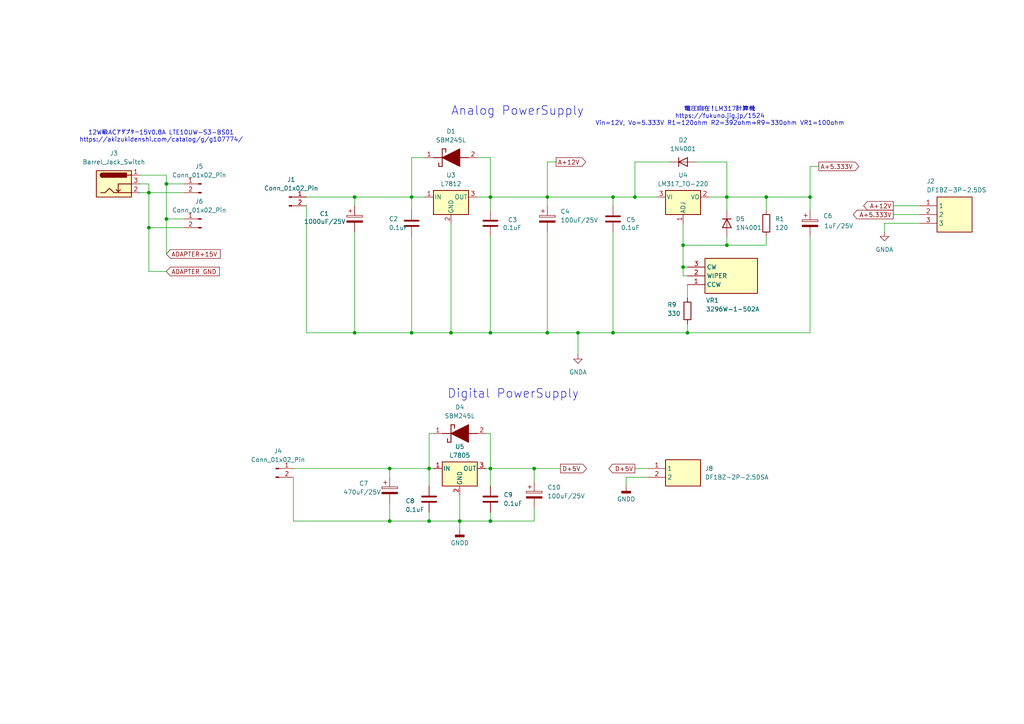
<source format=kicad_sch>
(kicad_sch (version 20231120) (generator "eeschema") (generator_version "8.0")
  (paper "A4")
  (lib_symbols
    (symbol "Connector:Barrel_Jack_Switch" (pin_names hide)
      (property "Reference" "J" (at 0 5.334 0))
      (property "Value" "Barrel_Jack_Switch" (at 0 -5.08 0))
      (symbol "Barrel_Jack_Switch_0_1"
        (rectangle (start -5.08 3.81) (end 5.08 -3.81) (stroke (width 0.254)) (fill (type background)))
        (arc (start -3.302 3.175) (mid -3.9343 2.54) (end -3.302 1.905) (stroke (width 0.254)))
        (arc (start -3.302 3.175) (mid -3.9343 2.54) (end -3.302 1.905) (stroke (width 0.254)) (fill (type outline)))
        (polyline (pts (xy 1.27 -2.286) (xy 1.905 -1.651)) (stroke (width 0.254)))
        (polyline (pts (xy 5.08 2.54) (xy 3.81 2.54)) (stroke (width 0.254)))
        (polyline (pts (xy 5.08 0) (xy 1.27 0) (xy 1.27 -2.286) (xy 0.635 -1.651)) (stroke (width 0.254)))
        (polyline (pts (xy -3.81 -2.54) (xy -2.54 -2.54) (xy -1.27 -1.27) (xy 0 -2.54) (xy 2.54 -2.54) (xy 5.08 -2.54)) (stroke (width 0.254)))
        (rectangle (start 3.683 3.175) (end -3.302 1.905) (stroke (width 0.254)) (fill (type outline)))
      )
      (symbol "Barrel_Jack_Switch_1_1"
        (pin passive line (at 7.62 2.54 180) (length 2.54) (name "~") (number "1"))
        (pin passive line (at 7.62 -2.54 180) (length 2.54) (name "~") (number "2"))
        (pin passive line (at 7.62 0 180) (length 2.54) (name "~") (number "3"))
      )
    )
    (symbol "Connector:Conn_01x02_Pin" (pin_names (offset 1.016) hide)
      (property "Reference" "J" (at 0 2.54 0))
      (property "Value" "Conn_01x02_Pin" (at 0 -5.08 0))
      (symbol "Conn_01x02_Pin_1_1"
        (polyline (pts (xy 1.27 -2.54) (xy 0.8636 -2.54)) (stroke (width 0.1524)))
        (polyline (pts (xy 1.27 0) (xy 0.8636 0)) (stroke (width 0.1524)))
        (rectangle (start 0.8636 -2.413) (end 0 -2.667) (stroke (width 0.1524)) (fill (type outline)))
        (rectangle (start 0.8636 0.127) (end 0 -0.127) (stroke (width 0.1524)) (fill (type outline)))
        (pin passive line (at 5.08 0 180) (length 3.81) (name "Pin_1") (number "1"))
        (pin passive line (at 5.08 -2.54 180) (length 3.81) (name "Pin_2") (number "2"))
      )
    )
    (symbol "Device:C" (pin_numbers hide) (pin_names (offset 0.254))
      (property "Reference" "C" (at 0.635 2.54 0))
      (property "Value" "C" (at 0.635 -2.54 0))
      (symbol "C_0_1"
        (polyline (pts (xy -2.032 -0.762) (xy 2.032 -0.762)) (stroke (width 0.508)))
        (polyline (pts (xy -2.032 0.762) (xy 2.032 0.762)) (stroke (width 0.508)))
      )
      (symbol "C_1_1"
        (pin passive line (at 0 3.81 270) (length 2.794) (name "~") (number "1"))
        (pin passive line (at 0 -3.81 90) (length 2.794) (name "~") (number "2"))
      )
    )
    (symbol "Device:C_Polarized" (pin_numbers hide) (pin_names (offset 0.254))
      (property "Reference" "C" (at 0.635 2.54 0))
      (property "Value" "C_Polarized" (at 0.635 -2.54 0))
      (symbol "C_Polarized_0_1"
        (rectangle (start -2.286 0.508) (end 2.286 1.016))
        (polyline (pts (xy -1.778 2.286) (xy -0.762 2.286)))
        (polyline (pts (xy -1.27 2.794) (xy -1.27 1.778)))
        (rectangle (start 2.286 -0.508) (end -2.286 -1.016) (fill (type outline)))
      )
      (symbol "C_Polarized_1_1"
        (pin passive line (at 0 3.81 270) (length 2.794) (name "~") (number "1"))
        (pin passive line (at 0 -3.81 90) (length 2.794) (name "~") (number "2"))
      )
    )
    (symbol "Device:R" (pin_numbers hide) (pin_names (offset 0))
      (property "Reference" "R" (at 2.032 0 90))
      (property "Value" "R" (at 0 0 90))
      (symbol "R_0_1"
        (rectangle (start -1.016 -2.54) (end 1.016 2.54) (stroke (width 0.254)))
      )
      (symbol "R_1_1"
        (pin passive line (at 0 3.81 270) (length 1.27) (name "~") (number "1"))
        (pin passive line (at 0 -3.81 90) (length 1.27) (name "~") (number "2"))
      )
    )
    (symbol "Diode:1N4001" (pin_numbers hide) (pin_names hide)
      (property "Reference" "D" (at 0 2.54 0))
      (property "Value" "1N4001" (at 0 -2.54 0))
      (symbol "1N4001_0_1"
        (polyline (pts (xy -1.27 1.27) (xy -1.27 -1.27)) (stroke (width 0.254)))
        (polyline (pts (xy 1.27 0) (xy -1.27 0)))
        (polyline (pts (xy 1.27 1.27) (xy 1.27 -1.27) (xy -1.27 0) (xy 1.27 1.27)) (stroke (width 0.254)))
      )
      (symbol "1N4001_1_1"
        (pin passive line (at -3.81 0 0) (length 2.54) (name "K") (number "1"))
        (pin passive line (at 3.81 0 180) (length 2.54) (name "A") (number "2"))
      )
    )
    (symbol "Regulator_Linear:L7805" (pin_names (offset 0.254))
      (property "Reference" "U" (at -3.81 3.175 0))
      (property "Value" "L7805" (at 0 3.175 0))
      (symbol "L7805_0_1"
        (rectangle (start -5.08 1.905) (end 5.08 -5.08) (stroke (width 0.254)) (fill (type background)))
      )
      (symbol "L7805_1_1"
        (pin power_in line (at -7.62 0 0) (length 2.54) (name "IN") (number "1"))
        (pin power_in line (at 0 -7.62 90) (length 2.54) (name "GND") (number "2"))
        (pin power_out line (at 7.62 0 180) (length 2.54) (name "OUT") (number "3"))
      )
    )
    (symbol "Regulator_Linear:L7812" (pin_names (offset 0.254))
      (property "Reference" "U" (at -3.81 3.175 0))
      (property "Value" "L7812" (at 0 3.175 0))
      (symbol "L7812_0_1"
        (rectangle (start -5.08 1.905) (end 5.08 -5.08) (stroke (width 0.254)) (fill (type background)))
      )
      (symbol "L7812_1_1"
        (pin power_in line (at -7.62 0 0) (length 2.54) (name "IN") (number "1"))
        (pin power_in line (at 0 -7.62 90) (length 2.54) (name "GND") (number "2"))
        (pin power_out line (at 7.62 0 180) (length 2.54) (name "OUT") (number "3"))
      )
    )
    (symbol "Regulator_Linear:LM317_TO-220" (pin_names (offset 0.254))
      (property "Reference" "U" (at -3.81 3.175 0))
      (property "Value" "LM317_TO-220" (at 0 3.175 0))
      (symbol "LM317_TO-220_0_1"
        (rectangle (start -5.08 1.905) (end 5.08 -5.08) (stroke (width 0.254)) (fill (type background)))
      )
      (symbol "LM317_TO-220_1_1"
        (pin input line (at 0 -7.62 90) (length 2.54) (name "ADJ") (number "1"))
        (pin power_out line (at 7.62 0 180) (length 2.54) (name "VO") (number "2"))
        (pin power_in line (at -7.62 0 0) (length 2.54) (name "VI") (number "3"))
      )
    )
    (symbol "SamacSys_Parts:3296W-1-502A"
      (property "Reference" "VR" (at 21.59 7.62 0))
      (property "Value" "3296W-1-502A" (at 21.59 5.08 0))
      (symbol "3296W-1-502A_1_1"
        (rectangle (start 5.08 2.54) (end 20.32 -7.62) (stroke (width 0.254)) (fill (type background)))
        (pin passive line (at 0 -5.08 0) (length 5.08) (name "CCW") (number "1"))
        (pin passive line (at 0 -2.54 0) (length 5.08) (name "WIPER") (number "2"))
        (pin passive line (at 0 0 0) (length 5.08) (name "CW") (number "3"))
      )
    )
    (symbol "SamacSys_Parts:DF1BZ-2P-2.5DSA"
      (property "Reference" "J" (at 16.51 7.62 0))
      (property "Value" "DF1BZ-2P-2.5DSA" (at 16.51 5.08 0))
      (symbol "DF1BZ-2P-2.5DSA_1_1"
        (rectangle (start 5.08 2.54) (end 15.24 -5.08) (stroke (width 0.254)) (fill (type background)))
        (pin passive line (at 0 0 0) (length 5.08) (name "1") (number "1"))
        (pin passive line (at 0 -2.54 0) (length 5.08) (name "2") (number "2"))
      )
    )
    (symbol "SamacSys_Parts:DF1BZ-3P-2.5DS"
      (property "Reference" "J" (at 16.51 7.62 0))
      (property "Value" "DF1BZ-3P-2.5DS" (at 16.51 5.08 0))
      (symbol "DF1BZ-3P-2.5DS_1_1"
        (rectangle (start 5.08 2.54) (end 15.24 -7.62) (stroke (width 0.254)) (fill (type background)))
        (pin passive line (at 0 0 0) (length 5.08) (name "1") (number "1"))
        (pin passive line (at 0 -2.54 0) (length 5.08) (name "2") (number "2"))
        (pin passive line (at 0 -5.08 0) (length 5.08) (name "3") (number "3"))
      )
    )
    (symbol "SamacSys_Parts:SBM245L" (pin_names hide)
      (property "Reference" "D" (at 12.7 8.89 0))
      (property "Value" "SBM245L" (at 12.7 6.35 0))
      (symbol "SBM245L_1_1"
        (polyline (pts (xy 5.08 0) (xy 7.62 0)) (stroke (width 0.254)))
        (polyline (pts (xy 6.604 -1.524) (xy 6.604 -2.54)) (stroke (width 0.254)))
        (polyline (pts (xy 7.62 -2.54) (xy 6.604 -2.54)) (stroke (width 0.254)))
        (polyline (pts (xy 7.62 2.54) (xy 7.62 -2.54)) (stroke (width 0.254)))
        (polyline (pts (xy 7.62 2.54) (xy 8.636 2.54)) (stroke (width 0.254)))
        (polyline (pts (xy 8.636 1.524) (xy 8.636 2.54)) (stroke (width 0.254)))
        (polyline (pts (xy 12.7 0) (xy 15.24 0)) (stroke (width 0.254)))
        (polyline (pts (xy 7.62 0) (xy 12.7 2.54) (xy 12.7 -2.54) (xy 7.62 0)) (stroke (width 0.254)) (fill (type outline)))
        (pin passive line (at 2.54 0 0) (length 2.54) (name "K") (number "1"))
        (pin passive line (at 17.78 0 180) (length 2.54) (name "A") (number "2"))
      )
    )
    (symbol "power:GNDA" (power) (pin_numbers hide) (pin_names (offset 0) hide)
      (property "Value" "GNDA" (at 0 -3.81 0))
      (symbol "GNDA_0_1"
        (polyline (pts (xy 0 0) (xy 0 -1.27) (xy 1.27 -1.27) (xy 0 -2.54) (xy -1.27 -1.27) (xy 0 -1.27)))
      )
      (symbol "GNDA_1_1"
        (pin power_in line (at 0 0 270) (length 0) (name "~") (number "1"))
      )
    )
    (symbol "power:GNDD" (power) (pin_numbers hide) (pin_names (offset 0) hide)
      (property "Value" "GNDD" (at 0 -3.175 0))
      (symbol "GNDD_0_1"
        (rectangle (start -1.27 -1.524) (end 1.27 -2.032) (stroke (width 0.254)) (fill (type outline)))
        (polyline (pts (xy 0 0) (xy 0 -1.524)))
      )
      (symbol "GNDD_1_1"
        (pin power_in line (at 0 0 270) (length 0) (name "~") (number "1"))
      )
    )
  )
  (junction (at 210.82 71.12))
  (junction (at 102.87 96.52))
  (junction (at 199.39 96.52))
  (junction (at 198.12 77.47))
  (junction (at 142.24 57.15))
  (junction (at 133.35 151.13))
  (junction (at 48.26 53.34))
  (junction (at 43.18 66.04))
  (junction (at 48.26 63.5))
  (junction (at 113.03 135.89))
  (junction (at 142.24 96.52))
  (junction (at 210.82 57.15))
  (junction (at 158.75 96.52))
  (junction (at 154.94 135.89))
  (junction (at 198.12 71.12))
  (junction (at 222.25 57.15))
  (junction (at 142.24 151.13))
  (junction (at 177.8 57.15))
  (junction (at 43.18 55.88))
  (junction (at 184.15 57.15))
  (junction (at 113.03 151.13))
  (junction (at 234.95 57.15))
  (junction (at 158.75 57.15))
  (junction (at 130.81 96.52))
  (junction (at 142.24 135.89))
  (junction (at 124.46 135.89))
  (junction (at 119.38 96.52))
  (junction (at 102.87 57.15))
  (junction (at 124.46 151.13))
  (junction (at 167.64 96.52))
  (junction (at 177.8 96.52))
  (junction (at 119.38 57.15))
  (wire (pts (xy 130.81 96.52) (xy 142.24 96.52)))
  (wire (pts (xy 142.24 125.73) (xy 140.97 125.73)))
  (wire (pts (xy 43.18 78.74) (xy 43.18 66.04)))
  (wire (pts (xy 142.24 135.89) (xy 154.94 135.89)))
  (wire (pts (xy 158.75 46.99) (xy 158.75 57.15)))
  (wire (pts (xy 154.94 139.7) (xy 154.94 135.89)))
  (wire (pts (xy 210.82 57.15) (xy 210.82 46.99)))
  (wire (pts (xy 210.82 57.15) (xy 210.82 60.96)))
  (wire (pts (xy 133.35 143.51) (xy 133.35 151.13)))
  (wire (pts (xy 210.82 68.58) (xy 210.82 71.12)))
  (wire (pts (xy 199.39 96.52) (xy 234.95 96.52)))
  (wire (pts (xy 177.8 96.52) (xy 199.39 96.52)))
  (wire (pts (xy 138.43 57.15) (xy 142.24 57.15)))
  (wire (pts (xy 125.73 125.73) (xy 124.46 125.73)))
  (wire (pts (xy 88.9 96.52) (xy 88.9 59.69)))
  (wire (pts (xy 142.24 57.15) (xy 142.24 60.96)))
  (wire (pts (xy 48.26 50.8) (xy 48.26 53.34)))
  (wire (pts (xy 181.61 138.43) (xy 181.61 140.97)))
  (wire (pts (xy 133.35 151.13) (xy 142.24 151.13)))
  (wire (pts (xy 198.12 71.12) (xy 198.12 64.77)))
  (wire (pts (xy 102.87 96.52) (xy 119.38 96.52)))
  (wire (pts (xy 119.38 68.58) (xy 119.38 96.52)))
  (wire (pts (xy 102.87 57.15) (xy 119.38 57.15)))
  (wire (pts (xy 40.64 53.34) (xy 43.18 53.34)))
  (wire (pts (xy 161.29 46.99) (xy 158.75 46.99)))
  (wire (pts (xy 123.19 57.15) (xy 119.38 57.15)))
  (wire (pts (xy 158.75 57.15) (xy 142.24 57.15)))
  (wire (pts (xy 222.25 71.12) (xy 210.82 71.12)))
  (wire (pts (xy 177.8 57.15) (xy 177.8 59.69)))
  (wire (pts (xy 113.03 151.13) (xy 124.46 151.13)))
  (wire (pts (xy 234.95 57.15) (xy 234.95 60.96)))
  (wire (pts (xy 48.26 63.5) (xy 53.34 63.5)))
  (wire (pts (xy 142.24 96.52) (xy 158.75 96.52)))
  (wire (pts (xy 43.18 66.04) (xy 43.18 55.88)))
  (wire (pts (xy 48.26 53.34) (xy 53.34 53.34)))
  (wire (pts (xy 154.94 151.13) (xy 154.94 147.32)))
  (wire (pts (xy 142.24 140.97) (xy 142.24 135.89)))
  (wire (pts (xy 158.75 59.69) (xy 158.75 57.15)))
  (wire (pts (xy 210.82 46.99) (xy 201.93 46.99)))
  (wire (pts (xy 130.81 64.77) (xy 130.81 96.52)))
  (wire (pts (xy 102.87 67.31) (xy 102.87 96.52)))
  (wire (pts (xy 158.75 57.15) (xy 177.8 57.15)))
  (wire (pts (xy 43.18 53.34) (xy 43.18 55.88)))
  (wire (pts (xy 167.64 96.52) (xy 177.8 96.52)))
  (wire (pts (xy 119.38 96.52) (xy 130.81 96.52)))
  (wire (pts (xy 119.38 57.15) (xy 119.38 60.96)))
  (wire (pts (xy 222.25 68.58) (xy 222.25 71.12)))
  (wire (pts (xy 177.8 67.31) (xy 177.8 96.52)))
  (wire (pts (xy 85.09 151.13) (xy 113.03 151.13)))
  (wire (pts (xy 177.8 57.15) (xy 184.15 57.15)))
  (wire (pts (xy 184.15 46.99) (xy 184.15 57.15)))
  (wire (pts (xy 210.82 71.12) (xy 198.12 71.12)))
  (wire (pts (xy 266.7 64.77) (xy 256.54 64.77)))
  (wire (pts (xy 158.75 67.31) (xy 158.75 96.52)))
  (wire (pts (xy 85.09 135.89) (xy 113.03 135.89)))
  (wire (pts (xy 113.03 135.89) (xy 113.03 138.43)))
  (wire (pts (xy 48.26 53.34) (xy 48.26 63.5)))
  (wire (pts (xy 88.9 57.15) (xy 102.87 57.15)))
  (wire (pts (xy 198.12 80.01) (xy 198.12 77.47)))
  (wire (pts (xy 124.46 135.89) (xy 124.46 140.97)))
  (wire (pts (xy 167.64 102.87) (xy 167.64 96.52)))
  (wire (pts (xy 199.39 77.47) (xy 198.12 77.47)))
  (wire (pts (xy 184.15 135.89) (xy 187.96 135.89)))
  (wire (pts (xy 142.24 148.59) (xy 142.24 151.13)))
  (wire (pts (xy 123.19 45.72) (xy 119.38 45.72)))
  (wire (pts (xy 113.03 146.05) (xy 113.03 151.13)))
  (wire (pts (xy 205.74 57.15) (xy 210.82 57.15)))
  (wire (pts (xy 48.26 78.74) (xy 43.18 78.74)))
  (wire (pts (xy 222.25 57.15) (xy 234.95 57.15)))
  (wire (pts (xy 237.49 48.26) (xy 234.95 48.26)))
  (wire (pts (xy 85.09 138.43) (xy 85.09 151.13)))
  (wire (pts (xy 184.15 57.15) (xy 190.5 57.15)))
  (wire (pts (xy 259.08 59.69) (xy 266.7 59.69)))
  (wire (pts (xy 259.08 62.23) (xy 266.7 62.23)))
  (wire (pts (xy 124.46 151.13) (xy 133.35 151.13)))
  (wire (pts (xy 43.18 66.04) (xy 53.34 66.04)))
  (wire (pts (xy 256.54 64.77) (xy 256.54 67.31)))
  (wire (pts (xy 181.61 138.43) (xy 187.96 138.43)))
  (wire (pts (xy 154.94 135.89) (xy 162.56 135.89)))
  (wire (pts (xy 234.95 68.58) (xy 234.95 96.52)))
  (wire (pts (xy 198.12 77.47) (xy 198.12 71.12)))
  (wire (pts (xy 43.18 55.88) (xy 53.34 55.88)))
  (wire (pts (xy 102.87 96.52) (xy 88.9 96.52)))
  (wire (pts (xy 40.64 50.8) (xy 48.26 50.8)))
  (wire (pts (xy 199.39 80.01) (xy 198.12 80.01)))
  (wire (pts (xy 234.95 48.26) (xy 234.95 57.15)))
  (wire (pts (xy 119.38 45.72) (xy 119.38 57.15)))
  (wire (pts (xy 124.46 148.59) (xy 124.46 151.13)))
  (wire (pts (xy 133.35 151.13) (xy 133.35 153.67)))
  (wire (pts (xy 158.75 96.52) (xy 167.64 96.52)))
  (wire (pts (xy 102.87 59.69) (xy 102.87 57.15)))
  (wire (pts (xy 142.24 57.15) (xy 142.24 45.72)))
  (wire (pts (xy 142.24 125.73) (xy 142.24 135.89)))
  (wire (pts (xy 124.46 135.89) (xy 113.03 135.89)))
  (wire (pts (xy 142.24 135.89) (xy 140.97 135.89)))
  (wire (pts (xy 48.26 63.5) (xy 48.26 73.66)))
  (wire (pts (xy 142.24 45.72) (xy 138.43 45.72)))
  (wire (pts (xy 194.31 46.99) (xy 184.15 46.99)))
  (wire (pts (xy 40.64 55.88) (xy 43.18 55.88)))
  (wire (pts (xy 199.39 82.55) (xy 199.39 86.36)))
  (wire (pts (xy 142.24 68.58) (xy 142.24 96.52)))
  (wire (pts (xy 124.46 125.73) (xy 124.46 135.89)))
  (wire (pts (xy 142.24 151.13) (xy 154.94 151.13)))
  (wire (pts (xy 222.25 60.96) (xy 222.25 57.15)))
  (wire (pts (xy 210.82 57.15) (xy 222.25 57.15)))
  (wire (pts (xy 125.73 135.89) (xy 124.46 135.89)))
  (wire (pts (xy 199.39 93.98) (xy 199.39 96.52)))
  (text "Digital PowerSupply" (at 148.844 114.3 0) (effects (font (size 2.54 2.54))))
  (text "Analog PowerSupply" (at 150.114 32.258 0) (effects (font (size 2.54 2.54))))
  (text "" (at 38.354 40.132 0) (effects (font (size 1.27 1.27))))
  (text "" (at 204.47 35.052 0) (effects (font (size 1.27 1.27))))
  (text "電圧自在！LM317計算機\nhttps://fukuno.jig.jp/1524\nVin=12V, Vo=5.333V R1=120ohm R2=392ohm⇒R9=330ohm VR1=100ohm" (at 208.788 33.782 0) (effects (font (size 1.27 1.27))))
  (text "12W級ACアダプター15V0.8A LTE10UW-S3-BS01\nhttps://akizukidenshi.com/catalog/g/g107774/\n" (at 46.736 39.624 0) (effects (font (size 1.27 1.27))))
  (global_label "A+5.333V" (shape output) (at 237.49 48.26 0) (property "Intersheetrefs" "${INTERSHEET_REFS}" (effects (hide yes))))
  (global_label "ADAPTER+15V" (shape input) (at 48.26 73.66 0) (property "Intersheetrefs" "${INTERSHEET_REFS}" (effects (hide yes))))
  (global_label "A+12V" (shape output) (at 161.29 46.99 0) (property "Intersheetrefs" "${INTERSHEET_REFS}" (effects (hide yes))))
  (global_label "A+12V" (shape output) (at 259.08 59.69 180) (property "Intersheetrefs" "${INTERSHEET_REFS}" (effects (hide yes))))
  (global_label "A+5.333V" (shape output) (at 259.08 62.23 180) (property "Intersheetrefs" "${INTERSHEET_REFS}" (effects (hide yes))))
  (global_label "D+5V" (shape output) (at 184.15 135.89 180) (property "Intersheetrefs" "${INTERSHEET_REFS}" (effects (hide yes))))
  (global_label "ADAPTER GND" (shape input) (at 48.26 78.74 0) (property "Intersheetrefs" "${INTERSHEET_REFS}" (effects (hide yes))))
  (global_label "D+5V" (shape output) (at 162.56 135.89 0) (property "Intersheetrefs" "${INTERSHEET_REFS}" (effects (hide yes))))
  (symbol (lib_id "Device:R") (at 199.39 90.17 0) (unit 1)
    (property "Reference" "R9" (at 193.548 88.392 0) (effects (justify left)))
    (property "Value" "330" (at 193.548 90.932 0) (effects (justify left)))
    (property "Footprint" "Resistor_THT:R_Axial_DIN0207_L6.3mm_D2.5mm_P7.62mm_Horizontal" (effects (hide yes)))
    (property "Description" "Resistor" (effects (hide yes)))
  )
  (symbol (lib_id "Device:C") (at 119.38 64.77 0) (unit 1)
    (property "Reference" "C2" (at 112.776 63.5 0) (effects (justify left)))
    (property "Value" "0.1uF" (at 112.776 66.04 0) (effects (justify left)))
    (property "Footprint" "Capacitor_THT:C_Disc_D5.1mm_W3.2mm_P5.00mm" (effects (hide yes)))
    (property "Description" "Unpolarized capacitor" (effects (hide yes)))
  )
  (symbol (lib_id "SamacSys_Parts:SBM245L") (at 120.65 45.72 0) (unit 1)
    (property "Reference" "D1" (at 130.81 38.1 0))
    (property "Value" "SBM245L" (at 130.81 40.64 0))
    (property "Footprint" "Diode_THT:D_DO-41_SOD81_P7.62mm_Horizontal" (effects (hide yes)))
    (property "Datasheet" "https://www.panjit.com.tw/en/Product/downloadPDF/SBM245L" (effects (hide yes)))
    (property "Description" "Super Schottky (LowVF) - SBM245L, 45V, 2A, DO-41" (effects (hide yes)))
    (property "Manufacturer_Name" "PANJIT" (effects (hide yes)))
    (property "Manufacturer_Part_Number" "SBM245L" (effects (hide yes)))
  )
  (symbol (lib_id "Regulator_Linear:L7805") (at 133.35 135.89 0) (unit 1)
    (property "Reference" "U5" (at 133.35 129.54 0))
    (property "Value" "L7805" (at 133.35 132.08 0))
    (property "Footprint" "Package_TO_SOT_THT:TO-220-3_Vertical" (effects (hide yes)))
    (property "Datasheet" "http://www.st.com/content/ccc/resource/technical/document/datasheet/41/4f/b3/b0/12/d4/47/88/CD00000444.pdf/files/CD00000444.pdf/jcr:content/translations/en.CD00000444.pdf" (effects (hide yes)))
    (property "Description" "Positive 1.5A 35V Linear Regulator, Fixed Output 5V, TO-220/TO-263/TO-252" (effects (hide yes)))
  )
  (symbol (lib_id "Device:C") (at 177.8 63.5 0) (unit 1)
    (property "Reference" "C5" (at 181.61 63.754 0) (effects (justify left)))
    (property "Value" "0.1uF" (at 180.086 66.04 0) (effects (justify left)))
    (property "Footprint" "Capacitor_THT:C_Disc_D5.1mm_W3.2mm_P5.00mm" (effects (hide yes)))
    (property "Description" "Unpolarized capacitor" (effects (hide yes)))
  )
  (symbol (lib_id "power:GNDA") (at 256.54 67.31 0) (unit 1)
    (property "Reference" "#PWR022" (effects (hide yes)))
    (property "Value" "GNDA" (at 256.54 72.39 0))
    (property "Description" "Power symbol creates a global label with name \"GNDA\" , analog ground" (effects (hide yes)))
  )
  (symbol (lib_id "Device:C") (at 142.24 64.77 0) (unit 1)
    (property "Reference" "C3" (at 147.32 63.754 0) (effects (justify left)))
    (property "Value" "0.1uF" (at 145.796 66.04 0) (effects (justify left)))
    (property "Footprint" "Capacitor_THT:C_Disc_D5.1mm_W3.2mm_P5.00mm" (effects (hide yes)))
    (property "Description" "Unpolarized capacitor" (effects (hide yes)))
  )
  (symbol (lib_id "SamacSys_Parts:DF1BZ-3P-2.5DS") (at 266.7 59.69 0) (unit 1)
    (property "Reference" "J2" (at 268.732 52.578 0) (effects (justify left)))
    (property "Value" "DF1BZ-3P-2.5DS" (at 268.732 55.118 0) (effects (justify left)))
    (property "Footprint" "SHDR3W64P0X250_1X3_1000X570X950P" (effects (hide yes)))
    (property "Datasheet" "https://componentsearchengine.com/Datasheets/1/DF1BZ-3P-2.5DS.pdf" (effects (hide yes)))
    (property "Description" "Headers & Wire Housings 2.5MM RA SNG ROW HDR 3P THRU-HOLE TIN" (effects (hide yes)))
    (property "Height" "9.5" (effects (hide yes)))
    (property "Manufacturer_Name" "Hirose" (effects (hide yes)))
    (property "Manufacturer_Part_Number" "DF1BZ-3P-2.5DS" (effects (hide yes)))
    (property "Mouser Part Number" "798-DF1BZ-3P-2.5DS" (effects (hide yes)))
    (property "Mouser Price/Stock" "https://www.mouser.co.uk/ProductDetail/Hirose-Connector/DF1BZ-3P-2.5DS?qs=zOgoZG1CgI%252BbfcwxuahEPg%3D%3D" (effects (hide yes)))
  )
  (symbol (lib_id "power:GNDD") (at 181.61 140.97 0) (unit 1)
    (property "Reference" "#PWR023" (effects (hide yes)))
    (property "Value" "GNDD" (at 181.61 144.78 0))
    (property "Description" "Power symbol creates a global label with name \"GNDD\" , digital ground" (effects (hide yes)))
  )
  (symbol (lib_id "Diode:1N4001") (at 210.82 64.77 270) (unit 1)
    (property "Reference" "D5" (at 213.36 63.4999 90) (effects (justify left)))
    (property "Value" "1N4001" (at 213.36 66.0399 90) (effects (justify left)))
    (property "Footprint" "Diode_THT:D_DO-41_SOD81_P10.16mm_Horizontal" (effects (hide yes)))
    (property "Datasheet" "http://www.vishay.com/docs/88503/1n4001.pdf" (effects (hide yes)))
    (property "Description" "50V 1A General Purpose Rectifier Diode, DO-41" (effects (hide yes)))
    (property "Sim.Device" "D" (effects (hide yes)))
    (property "Sim.Pins" "1=K 2=A" (effects (hide yes)))
  )
  (symbol (lib_id "Connector:Barrel_Jack_Switch") (at 33.02 53.34 0) (unit 1)
    (property "Reference" "J3" (at 33.02 44.45 0))
    (property "Value" "Barrel_Jack_Switch" (at 33.02 46.99 0))
    (property "Footprint" "Connector_BarrelJack:BarrelJack_Horizontal" (effects (hide yes)))
    (property "Description" "DC Barrel Jack with an internal switch" (effects (hide yes)))
  )
  (symbol (lib_id "Connector:Conn_01x02_Pin") (at 83.82 57.15 0) (unit 1)
    (property "Reference" "J1" (at 84.455 52.07 0))
    (property "Value" "Conn_01x02_Pin" (at 84.455 54.61 0))
    (property "Footprint" "Connector_PinHeader_2.54mm:PinHeader_1x02_P2.54mm_Vertical" (effects (hide yes)))
    (property "Description" "Generic connector, single row, 01x02, script generated" (effects (hide yes)))
  )
  (symbol (lib_id "Device:C_Polarized") (at 234.95 64.77 0) (unit 1)
    (property "Reference" "C6" (at 238.76 62.6109 0) (effects (justify left)))
    (property "Value" "1uF/25V" (at 239.014 65.532 0) (effects (justify left)))
    (property "Footprint" "Capacitor_THT:CP_Radial_D5.0mm_P2.50mm" (effects (hide yes)))
    (property "Description" "Polarized capacitor" (effects (hide yes)))
  )
  (symbol (lib_id "Connector:Conn_01x02_Pin") (at 80.01 135.89 0) (unit 1)
    (property "Reference" "J4" (at 80.645 130.81 0))
    (property "Value" "Conn_01x02_Pin" (at 80.645 133.35 0))
    (property "Footprint" "Connector_PinHeader_2.54mm:PinHeader_1x02_P2.54mm_Vertical" (effects (hide yes)))
    (property "Description" "Generic connector, single row, 01x02, script generated" (effects (hide yes)))
  )
  (symbol (lib_id "power:GNDD") (at 133.35 153.67 0) (unit 1)
    (property "Reference" "#PWR020" (effects (hide yes)))
    (property "Value" "GNDD" (at 133.35 157.48 0))
    (property "Description" "Power symbol creates a global label with name \"GNDD\" , digital ground" (effects (hide yes)))
  )
  (symbol (lib_id "Device:C_Polarized") (at 158.75 63.5 0) (unit 1)
    (property "Reference" "C4" (at 162.56 61.3409 0) (effects (justify left)))
    (property "Value" "100uF/25V" (at 162.56 63.8809 0) (effects (justify left)))
    (property "Footprint" "Capacitor_THT:CP_Radial_D5.0mm_P2.50mm" (effects (hide yes)))
    (property "Description" "Polarized capacitor" (effects (hide yes)))
  )
  (symbol (lib_id "Connector:Conn_01x02_Pin") (at 58.42 53.34 0) (mirror y) (unit 1)
    (property "Reference" "J5" (at 57.785 48.26 0))
    (property "Value" "Conn_01x02_Pin" (at 57.785 50.8 0))
    (property "Footprint" "Connector_PinHeader_2.54mm:PinHeader_1x02_P2.54mm_Vertical" (effects (hide yes)))
    (property "Description" "Generic connector, single row, 01x02, script generated" (effects (hide yes)))
  )
  (symbol (lib_id "Device:C") (at 142.24 144.78 0) (unit 1)
    (property "Reference" "C9" (at 146.05 143.5099 0) (effects (justify left)))
    (property "Value" "0.1uF" (at 146.05 146.0499 0) (effects (justify left)))
    (property "Footprint" "Capacitor_THT:C_Disc_D5.1mm_W3.2mm_P5.00mm" (effects (hide yes)))
    (property "Description" "Unpolarized capacitor" (effects (hide yes)))
  )
  (symbol (lib_id "Device:C_Polarized") (at 154.94 143.51 0) (unit 1)
    (property "Reference" "C10" (at 158.75 141.3509 0) (effects (justify left)))
    (property "Value" "100uF/25V" (at 158.75 143.8909 0) (effects (justify left)))
    (property "Footprint" "Capacitor_THT:CP_Radial_D5.0mm_P2.50mm" (effects (hide yes)))
    (property "Description" "Polarized capacitor" (effects (hide yes)))
  )
  (symbol (lib_id "Device:C_Polarized") (at 113.03 142.24 0) (unit 1)
    (property "Reference" "C7" (at 104.14 140.208 0) (effects (justify left)))
    (property "Value" "470uF/25V" (at 99.568 142.748 0) (effects (justify left)))
    (property "Footprint" "Capacitor_THT:CP_Radial_D8.0mm_P3.50mm" (effects (hide yes)))
    (property "Description" "Polarized capacitor" (effects (hide yes)))
  )
  (symbol (lib_id "Device:C") (at 124.46 144.78 0) (unit 1)
    (property "Reference" "C8" (at 117.602 145.288 0) (effects (justify left)))
    (property "Value" "0.1uF" (at 117.602 147.828 0) (effects (justify left)))
    (property "Footprint" "Capacitor_THT:C_Disc_D5.1mm_W3.2mm_P5.00mm" (effects (hide yes)))
    (property "Description" "Unpolarized capacitor" (effects (hide yes)))
  )
  (symbol (lib_id "Device:C_Polarized") (at 102.87 63.5 0) (unit 1)
    (property "Reference" "C1" (at 92.71 61.976 0) (effects (justify left)))
    (property "Value" "1000uF/25V" (at 88.138 64.262 0) (effects (justify left)))
    (property "Footprint" "Capacitor_THT:CP_Radial_D10.0mm_P5.00mm" (effects (hide yes)))
    (property "Description" "Polarized capacitor" (effects (hide yes)))
  )
  (symbol (lib_id "Connector:Conn_01x02_Pin") (at 58.42 63.5 0) (mirror y) (unit 1)
    (property "Reference" "J6" (at 57.785 58.42 0))
    (property "Value" "Conn_01x02_Pin" (at 57.785 60.96 0))
    (property "Footprint" "Connector_PinHeader_2.54mm:PinHeader_1x02_P2.54mm_Vertical" (effects (hide yes)))
    (property "Description" "Generic connector, single row, 01x02, script generated" (effects (hide yes)))
  )
  (symbol (lib_id "SamacSys_Parts:SBM245L") (at 123.19 125.73 0) (unit 1)
    (property "Reference" "D4" (at 133.35 118.11 0))
    (property "Value" "SBM245L" (at 133.35 120.65 0))
    (property "Footprint" "Diode_THT:D_DO-41_SOD81_P7.62mm_Horizontal" (effects (hide yes)))
    (property "Datasheet" "https://www.panjit.com.tw/en/Product/downloadPDF/SBM245L" (effects (hide yes)))
    (property "Description" "Super Schottky (LowVF) - SBM245L, 45V, 2A, DO-41" (effects (hide yes)))
    (property "Manufacturer_Name" "PANJIT" (effects (hide yes)))
    (property "Manufacturer_Part_Number" "SBM245L" (effects (hide yes)))
  )
  (symbol (lib_id "Diode:1N4001") (at 198.12 46.99 0) (unit 1)
    (property "Reference" "D2" (at 198.12 40.64 0))
    (property "Value" "1N4001" (at 198.12 43.18 0))
    (property "Footprint" "Diode_THT:D_DO-41_SOD81_P10.16mm_Horizontal" (effects (hide yes)))
    (property "Datasheet" "http://www.vishay.com/docs/88503/1n4001.pdf" (effects (hide yes)))
    (property "Description" "50V 1A General Purpose Rectifier Diode, DO-41" (effects (hide yes)))
    (property "Sim.Device" "D" (effects (hide yes)))
    (property "Sim.Pins" "1=K 2=A" (effects (hide yes)))
  )
  (symbol (lib_id "SamacSys_Parts:DF1BZ-2P-2.5DSA") (at 187.96 135.89 0) (unit 1)
    (property "Reference" "J8" (at 204.47 135.8899 0) (effects (justify left)))
    (property "Value" "DF1BZ-2P-2.5DSA" (at 204.47 138.4299 0) (effects (justify left)))
    (property "Footprint" "SHDR2W64P0X250_1X2_750X570X950P" (effects (hide yes)))
    (property "Datasheet" "https://componentsearchengine.com/Datasheets/1/DF1BZ-2P-2.5DSA.pdf" (effects (hide yes)))
    (property "Description" "CONNECTOR, HEADER, 2POS, 1ROW, 2.5MM; Pitch Spacing:2.5mm; No. of Contacts:2Contacts; Gender:Header; Product Range:DF1B Series; Contact Termination Type:Through Hole; No. of Rows:1Rows; Contact Plating:Tin Plated Contacts; Contact RoHS Compliant: Yes" (effects (hide yes)))
    (property "Height" "9.5" (effects (hide yes)))
    (property "Manufacturer_Name" "Hirose" (effects (hide yes)))
    (property "Manufacturer_Part_Number" "DF1BZ-2P-2.5DSA" (effects (hide yes)))
    (property "Mouser Part Number" "798-DF1BZ-2P-2.5DSA" (effects (hide yes)))
    (property "Mouser Price/Stock" "https://www.mouser.co.uk/ProductDetail/Hirose-Connector/DF1BZ-2P-2.5DSA?qs=zOgoZG1CgI8LrP8JeSLTcg%3D%3D" (effects (hide yes)))
  )
  (symbol (lib_id "power:GNDA") (at 167.64 102.87 0) (unit 1)
    (property "Reference" "#PWR021" (effects (hide yes)))
    (property "Value" "GNDA" (at 167.64 107.95 0))
    (property "Description" "Power symbol creates a global label with name \"GNDA\" , analog ground" (effects (hide yes)))
  )
  (symbol (lib_id "SamacSys_Parts:3296W-1-502A") (at 199.39 77.47 0) (unit 1)
    (property "Reference" "VR1" (at 204.724 87.122 0) (effects (justify left)))
    (property "Value" "3296W-1-502A" (at 204.724 89.662 0) (effects (justify left)))
    (property "Footprint" "SamacSys_Parts:3296W1502A" (effects (hide yes)))
    (property "Datasheet" "https://www.bourns.com/docs/product-datasheets/3296.pdf" (effects (hide yes)))
    (property "Description" "5 kOhms 0.5W, 1/2W PC Pins Through Hole Trimmer Potentiometer Cermet 25.0 Turn Top Adjustment" (effects (hide yes)))
    (property "Height" "11.8" (effects (hide yes)))
    (property "Manufacturer_Name" "Bourns" (effects (hide yes)))
    (property "Manufacturer_Part_Number" "3296W-1-502A" (effects (hide yes)))
    (property "Mouser Part Number" "652-3296W-1-502A" (effects (hide yes)))
    (property "Mouser Price/Stock" "https://www.mouser.co.uk/ProductDetail/Bourns/3296W-1-502A?qs=PYWKc%252BkzmhlCepn9gnro5g%3D%3D" (effects (hide yes)))
  )
  (symbol (lib_id "Regulator_Linear:L7812") (at 130.81 57.15 0) (unit 1)
    (property "Reference" "U3" (at 130.81 50.8 0))
    (property "Value" "L7812" (at 130.81 53.34 0))
    (property "Footprint" "Package_TO_SOT_THT:TO-220-3_Vertical" (effects (hide yes)))
    (property "Datasheet" "http://www.st.com/content/ccc/resource/technical/document/datasheet/41/4f/b3/b0/12/d4/47/88/CD00000444.pdf/files/CD00000444.pdf/jcr:content/translations/en.CD00000444.pdf" (effects (hide yes)))
    (property "Description" "Positive 1.5A 35V Linear Regulator, Fixed Output 12V, TO-220/TO-263/TO-252" (effects (hide yes)))
  )
  (symbol (lib_id "Regulator_Linear:LM317_TO-220") (at 198.12 57.15 0) (unit 1)
    (property "Reference" "U4" (at 198.12 50.8 0))
    (property "Value" "LM317_TO-220" (at 198.12 53.34 0))
    (property "Footprint" "Package_TO_SOT_THT:TO-220-3_Vertical" (effects (hide yes)))
    (property "Datasheet" "http://www.ti.com/lit/ds/symlink/lm317.pdf" (effects (hide yes)))
    (property "Description" "1.5A 35V Adjustable Linear Regulator, TO-220" (effects (hide yes)))
  )
  (symbol (lib_id "Device:R") (at 222.25 64.77 0) (unit 1)
    (property "Reference" "R1" (at 224.79 63.4999 0) (effects (justify left)))
    (property "Value" "120" (at 224.79 66.0399 0) (effects (justify left)))
    (property "Footprint" "Resistor_THT:R_Axial_DIN0207_L6.3mm_D2.5mm_P7.62mm_Horizontal" (effects (hide yes)))
    (property "Description" "Resistor" (effects (hide yes)))
  )
)
</source>
